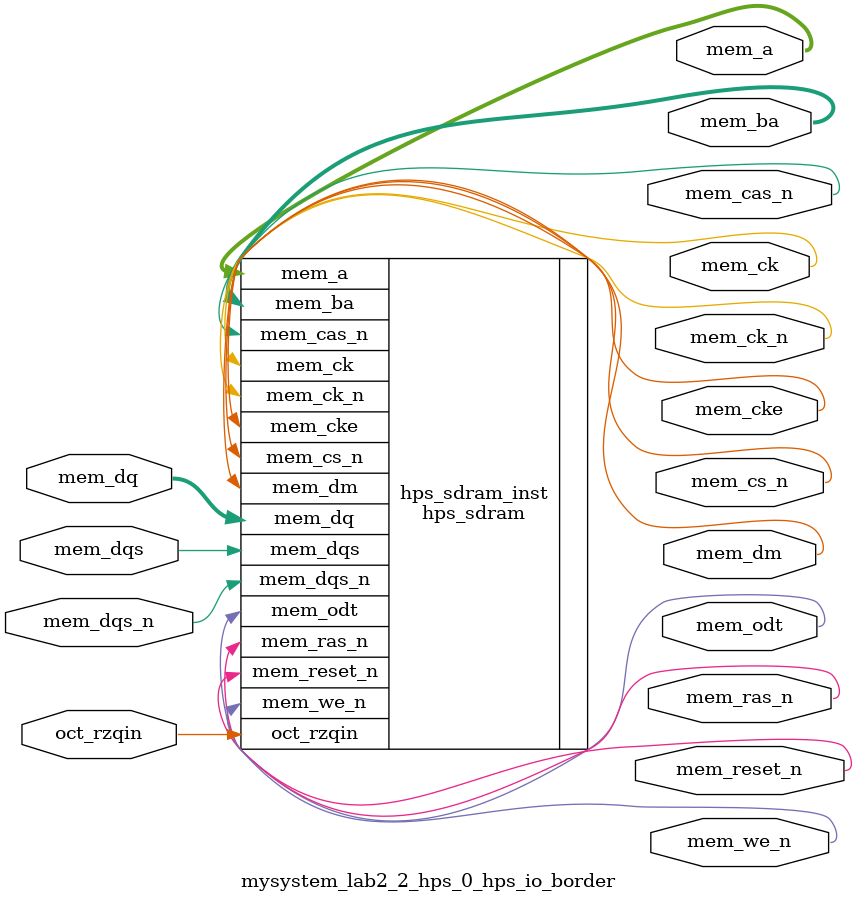
<source format=sv>


module mysystem_lab2_2_hps_0_hps_io_border(
// memory
  output wire [13 - 1 : 0 ] mem_a
 ,output wire [3 - 1 : 0 ] mem_ba
 ,output wire [1 - 1 : 0 ] mem_ck
 ,output wire [1 - 1 : 0 ] mem_ck_n
 ,output wire [1 - 1 : 0 ] mem_cke
 ,output wire [1 - 1 : 0 ] mem_cs_n
 ,output wire [1 - 1 : 0 ] mem_ras_n
 ,output wire [1 - 1 : 0 ] mem_cas_n
 ,output wire [1 - 1 : 0 ] mem_we_n
 ,output wire [1 - 1 : 0 ] mem_reset_n
 ,inout wire [8 - 1 : 0 ] mem_dq
 ,inout wire [1 - 1 : 0 ] mem_dqs
 ,inout wire [1 - 1 : 0 ] mem_dqs_n
 ,output wire [1 - 1 : 0 ] mem_odt
 ,output wire [1 - 1 : 0 ] mem_dm
 ,input wire [1 - 1 : 0 ] oct_rzqin
);


hps_sdram hps_sdram_inst(
 .mem_dq({
    mem_dq[7:0] // 7:0
  })
,.mem_odt({
    mem_odt[0:0] // 0:0
  })
,.mem_ras_n({
    mem_ras_n[0:0] // 0:0
  })
,.mem_dqs_n({
    mem_dqs_n[0:0] // 0:0
  })
,.mem_dqs({
    mem_dqs[0:0] // 0:0
  })
,.mem_dm({
    mem_dm[0:0] // 0:0
  })
,.mem_we_n({
    mem_we_n[0:0] // 0:0
  })
,.mem_cas_n({
    mem_cas_n[0:0] // 0:0
  })
,.mem_ba({
    mem_ba[2:0] // 2:0
  })
,.mem_a({
    mem_a[12:0] // 12:0
  })
,.mem_cs_n({
    mem_cs_n[0:0] // 0:0
  })
,.mem_ck({
    mem_ck[0:0] // 0:0
  })
,.mem_cke({
    mem_cke[0:0] // 0:0
  })
,.oct_rzqin({
    oct_rzqin[0:0] // 0:0
  })
,.mem_reset_n({
    mem_reset_n[0:0] // 0:0
  })
,.mem_ck_n({
    mem_ck_n[0:0] // 0:0
  })
);

endmodule


</source>
